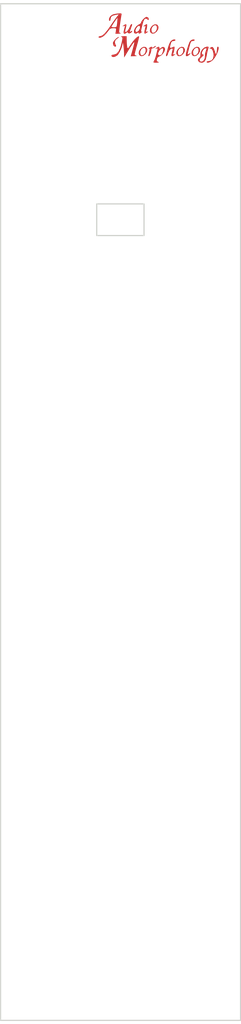
<source format=kicad_pcb>
(kicad_pcb (version 4) (host pcbnew 4.0.7)

  (general
    (links 0)
    (no_connects 0)
    (area 52.424999 24.424999 83.025001 153.075001)
    (thickness 1.6)
    (drawings 8)
    (tracks 0)
    (zones 0)
    (modules 12)
    (nets 1)
  )

  (page A4)
  (layers
    (0 F.Cu signal)
    (31 B.Cu signal hide)
    (32 B.Adhes user hide)
    (33 F.Adhes user hide)
    (34 B.Paste user hide)
    (35 F.Paste user hide)
    (36 B.SilkS user hide)
    (37 F.SilkS user)
    (38 B.Mask user hide)
    (39 F.Mask user)
    (40 Dwgs.User user hide)
    (41 Cmts.User user hide)
    (42 Eco1.User user hide)
    (43 Eco2.User user hide)
    (44 Edge.Cuts user)
    (45 Margin user hide)
    (46 B.CrtYd user hide)
    (47 F.CrtYd user hide)
    (48 B.Fab user hide)
    (49 F.Fab user hide)
  )

  (setup
    (last_trace_width 0.25)
    (trace_clearance 0.2)
    (zone_clearance 0.508)
    (zone_45_only no)
    (trace_min 0.2)
    (segment_width 0.2)
    (edge_width 0.15)
    (via_size 0.6)
    (via_drill 0.4)
    (via_min_size 0.4)
    (via_min_drill 0.3)
    (uvia_size 0.3)
    (uvia_drill 0.1)
    (uvias_allowed no)
    (uvia_min_size 0.2)
    (uvia_min_drill 0.1)
    (pcb_text_width 0.3)
    (pcb_text_size 1.5 1.5)
    (mod_edge_width 0.15)
    (mod_text_size 1 1)
    (mod_text_width 0.15)
    (pad_size 3.2 3.2)
    (pad_drill 3.2)
    (pad_to_mask_clearance 0.2)
    (aux_axis_origin 0 0)
    (visible_elements FFFFFF7F)
    (pcbplotparams
      (layerselection 0x01000_00000001)
      (usegerberextensions false)
      (excludeedgelayer true)
      (linewidth 0.150000)
      (plotframeref false)
      (viasonmask false)
      (mode 1)
      (useauxorigin false)
      (hpglpennumber 1)
      (hpglpenspeed 20)
      (hpglpendiameter 15)
      (hpglpenoverlay 2)
      (psnegative false)
      (psa4output false)
      (plotreference true)
      (plotvalue true)
      (plotinvisibletext false)
      (padsonsilk false)
      (subtractmaskfromsilk false)
      (outputformat 1)
      (mirror false)
      (drillshape 0)
      (scaleselection 1)
      (outputdirectory "F:/Dev/Europi/kicad/waft/Front Panel Gerbers/"))
  )

  (net 0 "")

  (net_class Default "This is the default net class."
    (clearance 0.2)
    (trace_width 0.25)
    (via_dia 0.6)
    (via_drill 0.4)
    (uvia_dia 0.3)
    (uvia_drill 0.1)
  )

  (module AM_Logo_Front_Copper (layer F.Cu) (tedit 0) (tstamp 5A5FDC00)
    (at 72.55 28.8)
    (fp_text reference G*** (at 0 0) (layer F.Cu) hide
      (effects (font (thickness 0.3)))
    )
    (fp_text value LOGO (at 0.75 0) (layer F.Cu) hide
      (effects (font (thickness 0.3)))
    )
    (fp_poly (pts (xy 0.078289 1.162629) (xy 0.1016 1.285746) (xy 0.118068 1.392837) (xy 0.199964 1.360844)
      (xy 0.301015 1.273424) (xy 0.532876 1.150303) (xy 0.718789 1.200902) (xy 0.810144 1.407287)
      (xy 0.8128 1.462216) (xy 0.736092 1.733554) (xy 0.545573 2.021496) (xy 0.300649 2.25366)
      (xy 0.079571 2.355588) (xy -0.125827 2.48203) (xy -0.214562 2.672937) (xy -0.24229 2.892505)
      (xy -0.146916 3.011066) (xy -0.069002 3.047496) (xy 0.033975 3.102805) (xy -0.025396 3.131631)
      (xy -0.267031 3.142931) (xy -0.281743 3.143159) (xy -0.548963 3.141099) (xy -0.650786 3.105031)
      (xy -0.624946 3.006255) (xy -0.573841 2.921) (xy -0.466476 2.686296) (xy -0.356613 2.352569)
      (xy -0.312905 2.1844) (xy -0.286151 2.073527) (xy -0.068506 2.073527) (xy -0.045134 2.142768)
      (xy 0.107828 2.230902) (xy 0.305728 2.176421) (xy 0.393356 2.098516) (xy 0.493658 1.904325)
      (xy 0.570896 1.641316) (xy 0.593237 1.411187) (xy 0.525869 1.325068) (xy 0.485646 1.3208)
      (xy 0.292471 1.403103) (xy 0.105363 1.603002) (xy -0.03014 1.849982) (xy -0.068506 2.073527)
      (xy -0.286151 2.073527) (xy -0.23215 1.84974) (xy -0.161244 1.573159) (xy -0.136082 1.48323)
      (xy -0.125282 1.344676) (xy -0.248663 1.350018) (xy -0.267676 1.35648) (xy -0.39251 1.39389)
      (xy -0.357661 1.347497) (xy -0.259982 1.270249) (xy -0.03691 1.134404) (xy 0.078289 1.162629)) (layer F.Cu) (width 0.01))
    (fp_poly (pts (xy 6.329035 1.143881) (xy 6.336628 1.26185) (xy 6.298686 1.37295) (xy 6.230319 1.610574)
      (xy 6.153321 1.962749) (xy 6.099637 2.26195) (xy 5.992848 2.716976) (xy 5.836638 2.9975)
      (xy 5.611185 3.130054) (xy 5.436501 3.1496) (xy 5.203101 3.094813) (xy 5.10032 3.02768)
      (xy 5.006922 2.850183) (xy 5.203505 2.850183) (xy 5.211579 2.877978) (xy 5.347326 3.029153)
      (xy 5.546378 3.004884) (xy 5.728706 2.857721) (xy 5.85449 2.600221) (xy 5.883366 2.324321)
      (xy 5.906489 1.987172) (xy 5.980913 1.695185) (xy 6.071535 1.455286) (xy 6.07913 1.348769)
      (xy 5.999144 1.321578) (xy 5.949361 1.3208) (xy 5.775589 1.405982) (xy 5.606546 1.609572)
      (xy 5.499304 1.853636) (xy 5.4864 1.953006) (xy 5.566258 2.106504) (xy 5.660362 2.1336)
      (xy 5.725593 2.171924) (xy 5.631301 2.295901) (xy 5.49033 2.420778) (xy 5.256718 2.661898)
      (xy 5.203505 2.850183) (xy 5.006922 2.850183) (xy 4.985024 2.808569) (xy 5.068282 2.603518)
      (xy 5.164839 2.526888) (xy 5.307099 2.332061) (xy 5.307888 2.183466) (xy 5.334366 1.833078)
      (xy 5.51158 1.500311) (xy 5.791356 1.243481) (xy 6.125515 1.120905) (xy 6.188405 1.1176)
      (xy 6.329035 1.143881)) (layer F.Cu) (width 0.01))
    (fp_poly (pts (xy 7.61384 1.19561) (xy 7.614473 1.401915) (xy 7.536979 1.694921) (xy 7.398035 2.033037)
      (xy 7.21432 2.374671) (xy 7.002514 2.67823) (xy 6.813923 2.874351) (xy 6.551556 3.051138)
      (xy 6.311313 3.141557) (xy 6.143749 3.133379) (xy 6.096 3.048) (xy 6.184233 2.976451)
      (xy 6.396594 2.946401) (xy 6.398457 2.9464) (xy 6.712789 2.862097) (xy 6.912429 2.622848)
      (xy 6.98522 2.249137) (xy 6.966184 1.989692) (xy 6.868385 1.618913) (xy 6.718517 1.39801)
      (xy 6.534855 1.350331) (xy 6.48145 1.370387) (xy 6.447926 1.369247) (xy 6.549091 1.276164)
      (xy 6.740717 1.160553) (xy 6.885544 1.190227) (xy 7.011275 1.384864) (xy 7.119543 1.681314)
      (xy 7.214714 1.960052) (xy 7.274403 2.065393) (xy 7.318879 2.019341) (xy 7.346756 1.92797)
      (xy 7.400269 1.622118) (xy 7.415412 1.397) (xy 7.448309 1.194204) (xy 7.5184 1.1176)
      (xy 7.61384 1.19561)) (layer F.Cu) (width 0.01))
    (fp_poly (pts (xy -4.053873 0.381) (xy -4.036712 0.748861) (xy -4.00353 1.065808) (xy -3.97712 1.202138)
      (xy -3.933457 1.308096) (xy -3.869667 1.311342) (xy -3.759871 1.190432) (xy -3.578191 0.923917)
      (xy -3.504648 0.810578) (xy -3.24989 0.454827) (xy -2.985551 0.148909) (xy -2.744633 -0.075361)
      (xy -2.560144 -0.186168) (xy -2.480029 -0.177096) (xy -2.486978 -0.065984) (xy -2.542951 0.197915)
      (xy -2.638221 0.572866) (xy -2.739879 0.937519) (xy -2.865299 1.38103) (xy -2.966125 1.755578)
      (xy -3.030567 2.016202) (xy -3.048 2.112464) (xy -2.961812 2.213863) (xy -2.8194 2.265097)
      (xy -2.77299 2.292388) (xy -2.901923 2.314588) (xy -3.060931 2.322963) (xy -3.531061 2.3368)
      (xy -3.284496 1.461301) (xy -3.179547 1.069358) (xy -3.10648 0.75828) (xy -3.07569 0.574335)
      (xy -3.078673 0.545061) (xy -3.158287 0.598054) (xy -3.322894 0.809179) (xy -3.55892 1.158874)
      (xy -3.85279 1.627577) (xy -4.004755 1.8796) (xy -4.368278 2.4892) (xy -4.37744 1.9812)
      (xy -4.391145 1.688197) (xy -4.418811 1.365842) (xy -4.45456 1.056322) (xy -4.492516 0.801822)
      (xy -4.526801 0.644529) (xy -4.551541 0.62663) (xy -4.558425 0.681988) (xy -4.623574 1.017868)
      (xy -4.76365 1.416338) (xy -4.946435 1.80541) (xy -5.139712 2.113096) (xy -5.252537 2.232887)
      (xy -5.54581 2.399811) (xy -5.802035 2.432045) (xy -5.926667 2.370666) (xy -5.992596 2.23181)
      (xy -5.872706 2.15) (xy -5.698632 2.1336) (xy -5.371086 2.035397) (xy -5.090387 1.745965)
      (xy -4.862242 1.273066) (xy -4.733131 0.820723) (xy -4.638788 0.39673) (xy -4.591054 0.130215)
      (xy -4.590637 -0.01929) (xy -4.638244 -0.092255) (xy -4.734582 -0.129149) (xy -4.7498 -0.133165)
      (xy -4.771104 -0.162815) (xy -4.623244 -0.185288) (xy -4.4958 -0.191415) (xy -4.064 -0.2032)
      (xy -4.053873 0.381)) (layer F.Cu) (width 0.01))
    (fp_poly (pts (xy -1.654659 1.168656) (xy -1.573481 1.220294) (xy -1.437505 1.450388) (xy -1.46691 1.743109)
      (xy -1.656216 2.0511) (xy -1.671549 2.067964) (xy -1.958414 2.286538) (xy -2.229624 2.322493)
      (xy -2.41808 2.21488) (xy -2.528376 1.987546) (xy -2.507908 1.827613) (xy -2.3368 1.827613)
      (xy -2.287806 2.121441) (xy -2.148752 2.234697) (xy -1.931535 2.16196) (xy -1.811401 2.067053)
      (xy -1.676616 1.855048) (xy -1.629506 1.594092) (xy -1.672995 1.364467) (xy -1.781785 1.254489)
      (xy -1.983962 1.271713) (xy -2.178965 1.428627) (xy -2.311005 1.667621) (xy -2.3368 1.827613)
      (xy -2.507908 1.827613) (xy -2.494599 1.723625) (xy -2.353544 1.466447) (xy -2.142006 1.25934)
      (xy -1.896779 1.145633) (xy -1.654659 1.168656)) (layer F.Cu) (width 0.01))
    (fp_poly (pts (xy -0.378392 1.121549) (xy -0.522264 1.229321) (xy -0.700963 1.318637) (xy -0.837558 1.342563)
      (xy -0.8382 1.342385) (xy -0.908865 1.400661) (xy -0.914967 1.4478) (xy -0.947243 1.688027)
      (xy -1.025112 1.962859) (xy -1.122804 2.200671) (xy -1.214547 2.329842) (xy -1.234846 2.3368)
      (xy -1.3002 2.263291) (xy -1.286828 2.191614) (xy -1.231666 1.998609) (xy -1.169069 1.714628)
      (xy -1.160295 1.668927) (xy -1.12752 1.427858) (xy -1.159629 1.345158) (xy -1.230538 1.364447)
      (xy -1.271546 1.368006) (xy -1.174382 1.277534) (xy -0.948945 1.135043) (xy -0.829924 1.155694)
      (xy -0.8128 1.234946) (xy -0.751944 1.264709) (xy -0.608978 1.167836) (xy -0.441081 1.051758)
      (xy -0.346276 1.042257) (xy -0.378392 1.121549)) (layer F.Cu) (width 0.01))
    (fp_poly (pts (xy 2.100905 0.229906) (xy 2.1336 0.3048) (xy 2.046773 0.381606) (xy 1.883516 0.4064)
      (xy 1.711295 0.441815) (xy 1.60052 0.582868) (xy 1.521238 0.823055) (xy 1.453247 1.134181)
      (xy 1.472665 1.280054) (xy 1.590313 1.283636) (xy 1.711818 1.227431) (xy 1.902528 1.140266)
      (xy 1.987814 1.1176) (xy 2.019344 1.203971) (xy 2.005621 1.417162) (xy 1.956078 1.688292)
      (xy 1.880149 1.948478) (xy 1.870605 1.973438) (xy 1.841093 2.113221) (xy 1.948653 2.113596)
      (xy 1.988961 2.100189) (xy 2.122909 2.057973) (xy 2.096261 2.098119) (xy 1.987181 2.18415)
      (xy 1.767113 2.321894) (xy 1.65194 2.304574) (xy 1.636441 2.123194) (xy 1.715394 1.768757)
      (xy 1.725462 1.733258) (xy 1.788897 1.457991) (xy 1.759994 1.345826) (xy 1.624022 1.372068)
      (xy 1.536152 1.415896) (xy 1.376701 1.582395) (xy 1.242216 1.856085) (xy 1.218734 1.932127)
      (xy 1.128116 2.183854) (xy 1.032838 2.325457) (xy 1.005237 2.3368) (xy 0.94175 2.258419)
      (xy 0.953001 2.159) (xy 1.004021 1.971617) (xy 1.085568 1.658052) (xy 1.171249 1.3208)
      (xy 1.289744 0.941213) (xy 1.432224 0.613602) (xy 1.549911 0.4318) (xy 1.750471 0.277792)
      (xy 1.955339 0.205881) (xy 2.100905 0.229906)) (layer F.Cu) (width 0.01))
    (fp_poly (pts (xy 3.120541 1.168656) (xy 3.201719 1.220294) (xy 3.337695 1.450388) (xy 3.30829 1.743109)
      (xy 3.118984 2.0511) (xy 3.103651 2.067964) (xy 2.816786 2.286538) (xy 2.545576 2.322493)
      (xy 2.35712 2.21488) (xy 2.246824 1.987546) (xy 2.267292 1.827613) (xy 2.4384 1.827613)
      (xy 2.487394 2.121441) (xy 2.626448 2.234697) (xy 2.843665 2.16196) (xy 2.963799 2.067053)
      (xy 3.098584 1.855048) (xy 3.145694 1.594092) (xy 3.102205 1.364467) (xy 2.993415 1.254489)
      (xy 2.791238 1.271713) (xy 2.596235 1.428627) (xy 2.464195 1.667621) (xy 2.4384 1.827613)
      (xy 2.267292 1.827613) (xy 2.280601 1.723625) (xy 2.421656 1.466447) (xy 2.633194 1.25934)
      (xy 2.878421 1.145633) (xy 3.120541 1.168656)) (layer F.Cu) (width 0.01))
    (fp_poly (pts (xy 4.543048 0.23539) (xy 4.572 0.3048) (xy 4.485445 0.382559) (xy 4.330351 0.4064)
      (xy 4.196597 0.428371) (xy 4.100285 0.522671) (xy 4.015908 0.73188) (xy 3.919531 1.0922)
      (xy 3.82569 1.46696) (xy 3.744289 1.782138) (xy 3.694365 1.96452) (xy 3.674752 2.088337)
      (xy 3.760462 2.083089) (xy 3.876585 2.025936) (xy 4.03862 1.945545) (xy 4.045201 1.974564)
      (xy 3.921253 2.118816) (xy 3.721486 2.284619) (xy 3.55032 2.332234) (xy 3.459974 2.251446)
      (xy 3.456137 2.2098) (xy 3.490675 1.949218) (xy 3.576053 1.586712) (xy 3.692643 1.185902)
      (xy 3.820819 0.810409) (xy 3.940956 0.523856) (xy 4.012065 0.407653) (xy 4.200636 0.266581)
      (xy 4.400691 0.204924) (xy 4.543048 0.23539)) (layer F.Cu) (width 0.01))
    (fp_poly (pts (xy 5.050941 1.168656) (xy 5.132119 1.220294) (xy 5.268095 1.450388) (xy 5.23869 1.743109)
      (xy 5.049384 2.0511) (xy 5.034051 2.067964) (xy 4.747186 2.286538) (xy 4.475976 2.322493)
      (xy 4.28752 2.21488) (xy 4.177224 1.987546) (xy 4.197692 1.827613) (xy 4.3688 1.827613)
      (xy 4.417794 2.121441) (xy 4.556848 2.234697) (xy 4.774065 2.16196) (xy 4.894199 2.067053)
      (xy 5.028984 1.855048) (xy 5.076094 1.594092) (xy 5.032605 1.364467) (xy 4.923815 1.254489)
      (xy 4.721638 1.271713) (xy 4.526635 1.428627) (xy 4.394595 1.667621) (xy 4.3688 1.827613)
      (xy 4.197692 1.827613) (xy 4.211001 1.723625) (xy 4.352056 1.466447) (xy 4.563594 1.25934)
      (xy 4.808821 1.145633) (xy 5.050941 1.168656)) (layer F.Cu) (width 0.01))
    (fp_poly (pts (xy -5.043447 -0.055565) (xy -5.176621 0.041452) (xy -5.200024 0.054457) (xy -5.465665 0.283334)
      (xy -5.555481 0.565877) (xy -5.492029 0.802282) (xy -5.397294 1.013059) (xy -5.423247 1.10255)
      (xy -5.52633 1.1176) (xy -5.681324 1.035311) (xy -5.72953 0.95689) (xy -5.785565 0.722217)
      (xy -5.7912 0.644275) (xy -5.718687 0.471062) (xy -5.542558 0.249988) (xy -5.324934 0.044283)
      (xy -5.127933 -0.082827) (xy -5.062416 -0.097533) (xy -5.043447 -0.055565)) (layer F.Cu) (width 0.01))
    (fp_poly (pts (xy -4.706868 -3.039726) (xy -4.7118 -2.898484) (xy -4.721744 -2.850229) (xy -4.75951 -2.638067)
      (xy -4.814781 -2.284061) (xy -4.878438 -1.847818) (xy -4.912256 -1.605121) (xy -4.972384 -1.153587)
      (xy -5.001355 -0.86456) (xy -4.996259 -0.699321) (xy -4.954186 -0.619149) (xy -4.872225 -0.585326)
      (xy -4.835026 -0.577557) (xy -4.792141 -0.550244) (xy -4.923996 -0.528421) (xy -5.048213 -0.521837)
      (xy -5.473625 -0.508) (xy -5.415919 -0.8636) (xy -5.388607 -1.093546) (xy -5.442023 -1.193848)
      (xy -5.626994 -1.2181) (xy -5.752507 -1.218506) (xy -6.030405 -1.190713) (xy -6.222122 -1.074438)
      (xy -6.391715 -0.85821) (xy -6.629271 -0.556467) (xy -6.894169 -0.283092) (xy -6.93291 -0.249305)
      (xy -7.182962 -0.085371) (xy -7.416365 -0.00551) (xy -7.578338 -0.021498) (xy -7.62 -0.1016)
      (xy -7.533703 -0.180245) (xy -7.385931 -0.2032) (xy -7.13541 -0.291732) (xy -6.825189 -0.559912)
      (xy -6.451469 -1.011623) (xy -6.198846 -1.373164) (xy -5.9944 -1.373164) (xy -5.905216 -1.337965)
      (xy -5.687091 -1.321061) (xy -5.653015 -1.3208) (xy -5.460125 -1.329136) (xy -5.352368 -1.3866)
      (xy -5.296101 -1.541882) (xy -5.25768 -1.84367) (xy -5.251685 -1.901604) (xy -5.224153 -2.22002)
      (xy -5.214891 -2.443409) (xy -5.222069 -2.512736) (xy -5.286305 -2.451489) (xy -5.423209 -2.270267)
      (xy -5.597442 -2.021212) (xy -5.773665 -1.756467) (xy -5.916538 -1.528174) (xy -5.990724 -1.388476)
      (xy -5.9944 -1.373164) (xy -6.198846 -1.373164) (xy -6.09345 -1.524) (xy -5.831701 -1.909967)
      (xy -5.564338 -2.288813) (xy -5.348939 -2.578963) (xy -5.347694 -2.580562) (xy -5.038909 -2.976724)
      (xy -5.440455 -2.90167) (xy -5.814267 -2.800223) (xy -6.020544 -2.652619) (xy -6.094137 -2.430865)
      (xy -6.096 -2.37516) (xy -6.132404 -2.190258) (xy -6.1976 -2.1336) (xy -6.289039 -2.209022)
      (xy -6.286631 -2.389185) (xy -6.201656 -2.604939) (xy -6.098585 -2.740616) (xy -5.915423 -2.885324)
      (xy -5.678847 -2.980234) (xy -5.330997 -3.043753) (xy -5.050914 -3.073886) (xy -4.803194 -3.086838)
      (xy -4.706868 -3.039726)) (layer F.Cu) (width 0.01))
    (fp_poly (pts (xy -3.378654 -1.719143) (xy -3.363322 -1.662941) (xy -3.404209 -1.510552) (xy -3.5052 -1.2192)
      (xy -3.596956 -0.948897) (xy -3.65126 -0.769138) (xy -3.6576 -0.736786) (xy -3.594045 -0.748593)
      (xy -3.5052 -0.8128) (xy -3.37762 -0.878346) (xy -3.3528 -0.828816) (xy -3.432671 -0.700484)
      (xy -3.568921 -0.602685) (xy -3.755804 -0.53934) (xy -3.866812 -0.619385) (xy -3.869491 -0.623661)
      (xy -3.969345 -0.707317) (xy -4.08009 -0.634151) (xy -4.281059 -0.504387) (xy -4.415296 -0.54589)
      (xy -4.443128 -0.741519) (xy -4.434746 -0.7874) (xy -4.360825 -1.098276) (xy -4.304115 -1.312537)
      (xy -4.27476 -1.485327) (xy -4.353356 -1.512796) (xy -4.428669 -1.490088) (xy -4.560627 -1.448906)
      (xy -4.532261 -1.490357) (xy -4.425582 -1.574551) (xy -4.201299 -1.710359) (xy -4.093485 -1.67993)
      (xy -4.101436 -1.483043) (xy -4.103786 -1.4732) (xy -4.180119 -1.159542) (xy -4.227415 -0.9652)
      (xy -4.241526 -0.768856) (xy -4.169546 -0.716557) (xy -4.041471 -0.785573) (xy -3.887294 -0.953173)
      (xy -3.73701 -1.196624) (xy -3.648931 -1.403598) (xy -3.548375 -1.622407) (xy -3.453018 -1.725934)
      (xy -3.444461 -1.7272) (xy -3.378654 -1.719143)) (layer F.Cu) (width 0.01))
    (fp_poly (pts (xy -1.337537 -2.560359) (xy -1.278479 -2.474659) (xy -1.253524 -2.300323) (xy -1.314633 -2.237025)
      (xy -1.414699 -2.32434) (xy -1.572389 -2.421327) (xy -1.68214 -2.422845) (xy -1.805013 -2.336276)
      (xy -1.91964 -2.107868) (xy -2.040346 -1.708438) (xy -2.048645 -1.676248) (xy -2.161806 -1.214828)
      (xy -2.2186 -0.922414) (xy -2.220593 -0.773243) (xy -2.169351 -0.741554) (xy -2.103412 -0.77496)
      (xy -2.067453 -0.785084) (xy -2.165468 -0.6858) (xy -2.381276 -0.532319) (xy -2.51158 -0.534798)
      (xy -2.54 -0.62992) (xy -2.569989 -0.700606) (xy -2.66192 -0.62992) (xy -2.869874 -0.515722)
      (xy -3.05101 -0.569542) (xy -3.116403 -0.669635) (xy -3.116814 -0.891794) (xy -2.9464 -0.891794)
      (xy -2.885572 -0.739915) (xy -2.738356 -0.730683) (xy -2.55766 -0.858798) (xy -2.494962 -0.937007)
      (xy -2.367147 -1.193124) (xy -2.348202 -1.405191) (xy -2.439216 -1.517822) (xy -2.483439 -1.524)
      (xy -2.657211 -1.438818) (xy -2.826254 -1.235228) (xy -2.933496 -0.991164) (xy -2.9464 -0.891794)
      (xy -3.116814 -0.891794) (xy -3.116856 -0.914483) (xy -2.995043 -1.207466) (xy -2.792917 -1.477043)
      (xy -2.552431 -1.651672) (xy -2.536873 -1.657881) (xy -2.327234 -1.771581) (xy -2.235374 -1.889858)
      (xy -2.2352 -1.89408) (xy -2.162553 -2.080421) (xy -1.986262 -2.309659) (xy -1.768798 -2.515958)
      (xy -1.572637 -2.633485) (xy -1.525839 -2.641601) (xy -1.337537 -2.560359)) (layer F.Cu) (width 0.01))
    (fp_poly (pts (xy -1.454348 -1.640434) (xy -1.46155 -1.424993) (xy -1.507256 -1.148165) (xy -1.583844 -0.877235)
      (xy -1.59207 -0.855233) (xy -1.587932 -0.753915) (xy -1.459113 -0.769142) (xy -1.334498 -0.801758)
      (xy -1.366409 -0.752892) (xy -1.467219 -0.668695) (xy -1.683972 -0.527814) (xy -1.791966 -0.556475)
      (xy -1.800964 -0.76092) (xy -1.78335 -0.870815) (xy -1.7223 -1.155537) (xy -1.664142 -1.366243)
      (xy -1.659131 -1.379968) (xy -1.663269 -1.481286) (xy -1.792088 -1.466059) (xy -1.916703 -1.433443)
      (xy -1.884792 -1.482309) (xy -1.783982 -1.566506) (xy -1.59812 -1.690239) (xy -1.493275 -1.7272)
      (xy -1.454348 -1.640434)) (layer F.Cu) (width 0.01))
    (fp_poly (pts (xy -0.232259 -1.676144) (xy -0.151081 -1.624506) (xy -0.015105 -1.394412) (xy -0.04451 -1.101691)
      (xy -0.233816 -0.7937) (xy -0.249149 -0.776836) (xy -0.536014 -0.558262) (xy -0.807224 -0.522307)
      (xy -0.99568 -0.62992) (xy -1.105976 -0.857254) (xy -1.085508 -1.017187) (xy -0.9144 -1.017187)
      (xy -0.865406 -0.723359) (xy -0.726352 -0.610103) (xy -0.509135 -0.68284) (xy -0.389001 -0.777747)
      (xy -0.254216 -0.989752) (xy -0.207106 -1.250708) (xy -0.250595 -1.480333) (xy -0.359385 -1.590311)
      (xy -0.561562 -1.573087) (xy -0.756565 -1.416173) (xy -0.888605 -1.177179) (xy -0.9144 -1.017187)
      (xy -1.085508 -1.017187) (xy -1.072199 -1.121175) (xy -0.931144 -1.378353) (xy -0.719606 -1.58546)
      (xy -0.474379 -1.699167) (xy -0.232259 -1.676144)) (layer F.Cu) (width 0.01))
  )

  (module europi:MountingHole_3mm (layer F.Cu) (tedit 5A5FBDE0) (tstamp 5A5FC43C)
    (at 60 135.65)
    (descr "Mounting Hole 8.4mm, no annular, M8")
    (tags "mounting hole 8.4mm no annular m8")
    (fp_text reference "" (at 0.05 -3.7) (layer F.SilkS) hide
      (effects (font (size 1 1) (thickness 0.15)))
    )
    (fp_text value "" (at 0.2 4.2) (layer F.Fab) hide
      (effects (font (size 1 1) (thickness 0.15)))
    )
    (pad "" np_thru_hole circle (at 0 0) (size 3 3) (drill 3) (layers *.Cu *.Mask))
  )

  (module europi:MountingHole_3mm (layer F.Cu) (tedit 5A5FBDE8) (tstamp 5A5FC442)
    (at 75.4 135.65)
    (descr "Mounting Hole 8.4mm, no annular, M8")
    (tags "mounting hole 8.4mm no annular m8")
    (fp_text reference "" (at 0.05 -3.7) (layer F.SilkS) hide
      (effects (font (size 1 1) (thickness 0.15)))
    )
    (fp_text value "" (at 0.2 4.2) (layer F.Fab) hide
      (effects (font (size 1 1) (thickness 0.15)))
    )
    (pad "" np_thru_hole circle (at 0 0) (size 3 3) (drill 3) (layers *.Cu *.Mask))
  )

  (module Mounting_Holes:MountingHole_6mm (layer F.Cu) (tedit 5A5FC4E5) (tstamp 5A5FC729)
    (at 60 127.25)
    (descr "Mounting Hole 6mm, no annular")
    (tags "mounting hole 6mm no annular")
    (attr virtual)
    (fp_text reference "" (at 0 -7) (layer F.SilkS) hide
      (effects (font (size 1 1) (thickness 0.15)))
    )
    (fp_text value "" (at 0 7) (layer F.Fab) hide
      (effects (font (size 1 1) (thickness 0.15)))
    )
    (fp_text user %R (at 0.3 0) (layer F.Fab)
      (effects (font (size 1 1) (thickness 0.15)))
    )
    (fp_circle (center 0 0) (end 6 0) (layer Cmts.User) (width 0.15))
    (fp_circle (center 0 0) (end 6.25 0) (layer F.CrtYd) (width 0.05))
    (pad "" np_thru_hole circle (at 0 0) (size 6 6) (drill 6) (layers *.Cu *.Mask))
  )

  (module Mounting_Holes:MountingHole_6mm (layer F.Cu) (tedit 5A5FBDC2) (tstamp 5A5FC72A)
    (at 75.4 127.25)
    (descr "Mounting Hole 6mm, no annular")
    (tags "mounting hole 6mm no annular")
    (attr virtual)
    (fp_text reference "" (at 0 -7) (layer F.SilkS) hide
      (effects (font (size 1 1) (thickness 0.15)))
    )
    (fp_text value "" (at 0 7) (layer F.Fab) hide
      (effects (font (size 1 1) (thickness 0.15)))
    )
    (fp_text user %R (at 0.3 0) (layer F.Fab) hide
      (effects (font (size 1 1) (thickness 0.15)))
    )
    (fp_circle (center 0 0) (end 6 0) (layer Cmts.User) (width 0.15))
    (fp_circle (center 0 0) (end 6.25 0) (layer F.CrtYd) (width 0.05))
    (pad "" np_thru_hole circle (at 0 0) (size 6 6) (drill 6) (layers *.Cu *.Mask))
  )

  (module Mounting_Holes:MountingHole_6mm (layer F.Cu) (tedit 5A5FC4EF) (tstamp 5A5FC785)
    (at 60 115.25)
    (descr "Mounting Hole 6mm, no annular")
    (tags "mounting hole 6mm no annular")
    (attr virtual)
    (fp_text reference "" (at 0 -7) (layer F.SilkS)
      (effects (font (size 1 1) (thickness 0.15)))
    )
    (fp_text value MountingHole_6mm (at 0 7) (layer F.Fab)
      (effects (font (size 1 1) (thickness 0.15)))
    )
    (fp_text user %R (at 0.3 0) (layer F.Fab)
      (effects (font (size 1 1) (thickness 0.15)))
    )
    (fp_circle (center 0 0) (end 6 0) (layer Cmts.User) (width 0.15))
    (fp_circle (center 0 0) (end 6.25 0) (layer F.CrtYd) (width 0.05))
    (pad "" np_thru_hole circle (at 0 0) (size 6 6) (drill 6) (layers *.Cu *.Mask))
  )

  (module Mounting_Holes:MountingHole_6mm (layer F.Cu) (tedit 5A5FC4F7) (tstamp 5A5FC786)
    (at 75.4 115.25)
    (descr "Mounting Hole 6mm, no annular")
    (tags "mounting hole 6mm no annular")
    (attr virtual)
    (fp_text reference "" (at 0 -7) (layer F.SilkS) hide
      (effects (font (size 1 1) (thickness 0.15)))
    )
    (fp_text value MountingHole_6mm (at 0 7) (layer F.Fab)
      (effects (font (size 1 1) (thickness 0.15)))
    )
    (fp_text user %R (at 0.3 0) (layer F.Fab)
      (effects (font (size 1 1) (thickness 0.15)))
    )
    (fp_circle (center 0 0) (end 6 0) (layer Cmts.User) (width 0.15))
    (fp_circle (center 0 0) (end 6.25 0) (layer F.CrtYd) (width 0.05))
    (pad "" np_thru_hole circle (at 0 0) (size 6 6) (drill 6) (layers *.Cu *.Mask))
  )

  (module Mounting_Holes:MountingHole_6mm (layer F.Cu) (tedit 5A5FC49C) (tstamp 5A5FC787)
    (at 75.4 103.25)
    (descr "Mounting Hole 6mm, no annular")
    (tags "mounting hole 6mm no annular")
    (attr virtual)
    (fp_text reference "" (at 0 -7) (layer F.SilkS) hide
      (effects (font (size 1 1) (thickness 0.15)))
    )
    (fp_text value MountingHole_6mm (at 0 7) (layer F.Fab)
      (effects (font (size 1 1) (thickness 0.15)))
    )
    (fp_text user %R (at 0.3 0) (layer F.Fab)
      (effects (font (size 1 1) (thickness 0.15)))
    )
    (fp_circle (center 0 0) (end 6 0) (layer Cmts.User) (width 0.15))
    (fp_circle (center 0 0) (end 6.25 0) (layer F.CrtYd) (width 0.05))
    (pad "" np_thru_hole circle (at 0 0) (size 4 4) (drill 4) (layers *.Cu *.Mask))
  )

  (module Mounting_Holes:MountingHole_6mm (layer F.Cu) (tedit 5A5FC4A4) (tstamp 5A5FC788)
    (at 60 103.25)
    (descr "Mounting Hole 6mm, no annular")
    (tags "mounting hole 6mm no annular")
    (attr virtual)
    (fp_text reference "" (at 0 -7) (layer F.SilkS) hide
      (effects (font (size 1 1) (thickness 0.15)))
    )
    (fp_text value MountingHole_6mm (at 0 7) (layer F.Fab)
      (effects (font (size 1 1) (thickness 0.15)))
    )
    (fp_text user %R (at 0.3 0) (layer F.Fab)
      (effects (font (size 1 1) (thickness 0.15)))
    )
    (fp_circle (center 0 0) (end 6 0) (layer Cmts.User) (width 0.15))
    (fp_circle (center 0 0) (end 6.25 0) (layer F.CrtYd) (width 0.05))
    (pad "" np_thru_hole circle (at 0 0) (size 6.8 6.8) (drill 6.8) (layers *.Cu *.Mask))
  )

  (module Mounting_Holes:MountingHole_6mm (layer F.Cu) (tedit 5A5FC4FD) (tstamp 5A5FC789)
    (at 60 91.25)
    (descr "Mounting Hole 6mm, no annular")
    (tags "mounting hole 6mm no annular")
    (attr virtual)
    (fp_text reference "" (at 0 -7) (layer F.SilkS) hide
      (effects (font (size 1 1) (thickness 0.15)))
    )
    (fp_text value MountingHole_6mm (at 0 7) (layer F.Fab)
      (effects (font (size 1 1) (thickness 0.15)))
    )
    (fp_text user %R (at 0.3 0) (layer F.Fab)
      (effects (font (size 1 1) (thickness 0.15)))
    )
    (fp_circle (center 0 0) (end 6 0) (layer Cmts.User) (width 0.15))
    (fp_circle (center 0 0) (end 6.25 0) (layer F.CrtYd) (width 0.05))
    (pad "" np_thru_hole circle (at 0 0) (size 6 6) (drill 6) (layers *.Cu *.Mask))
  )

  (module Mounting_Holes:MountingHole_3.2mm_M3 (layer F.Cu) (tedit 5A5FC57B) (tstamp 5A5FD0AC)
    (at 60 150)
    (descr "Mounting Hole 3.2mm, no annular, M3")
    (tags "mounting hole 3.2mm no annular m3")
    (attr virtual)
    (fp_text reference "" (at 0 -4.2) (layer F.SilkS) hide
      (effects (font (size 1 1) (thickness 0.15)))
    )
    (fp_text value MountingHole_3.2mm_M3 (at 0 4.2) (layer F.Fab)
      (effects (font (size 1 1) (thickness 0.15)))
    )
    (fp_text user %R (at 0.3 0) (layer F.Fab)
      (effects (font (size 1 1) (thickness 0.15)))
    )
    (fp_circle (center 0 0) (end 3.2 0) (layer Cmts.User) (width 0.15))
    (fp_circle (center 0 0) (end 3.45 0) (layer F.CrtYd) (width 0.05))
    (pad "" np_thru_hole circle (at 0 0) (size 3.2 3.2) (drill 3.2) (layers *.Cu *.Mask))
  )

  (module Mounting_Holes:MountingHole_3.2mm_M3 (layer F.Cu) (tedit 5A5FC5BE) (tstamp 5A5FD0BE)
    (at 60 27.5)
    (descr "Mounting Hole 3.2mm, no annular, M3")
    (tags "mounting hole 3.2mm no annular m3")
    (attr virtual)
    (fp_text reference "" (at 0 -4.2) (layer F.SilkS) hide
      (effects (font (size 1 1) (thickness 0.15)))
    )
    (fp_text value MountingHole_3.2mm_M3 (at 0 4.2) (layer F.Fab)
      (effects (font (size 1 1) (thickness 0.15)))
    )
    (fp_text user %R (at 0.3 0) (layer F.Fab)
      (effects (font (size 1 1) (thickness 0.15)))
    )
    (fp_circle (center 0 0) (end 3.2 0) (layer Cmts.User) (width 0.15))
    (fp_circle (center 0 0) (end 3.45 0) (layer F.CrtYd) (width 0.05))
    (pad "" np_thru_hole circle (at 0 0) (size 3.2 3.2) (drill 3.2) (layers *.Cu *.Mask))
  )

  (gr_line (start 64.7 53.8) (end 64.7 49.8) (layer Edge.Cuts) (width 0.15))
  (gr_line (start 70.7 53.8) (end 64.7 53.8) (layer Edge.Cuts) (width 0.15))
  (gr_line (start 70.7 49.8) (end 70.7 53.8) (layer Edge.Cuts) (width 0.15))
  (gr_line (start 64.7 49.8) (end 70.7 49.8) (layer Edge.Cuts) (width 0.15))
  (gr_line (start 82.95 153) (end 52.5 153) (layer Edge.Cuts) (width 0.15))
  (gr_line (start 82.95 24.5) (end 82.95 153) (layer Edge.Cuts) (width 0.15))
  (gr_line (start 52.5 24.5) (end 82.95 24.5) (layer Edge.Cuts) (width 0.15))
  (gr_line (start 52.5 153) (end 52.5 24.5) (layer Edge.Cuts) (width 0.15))

)

</source>
